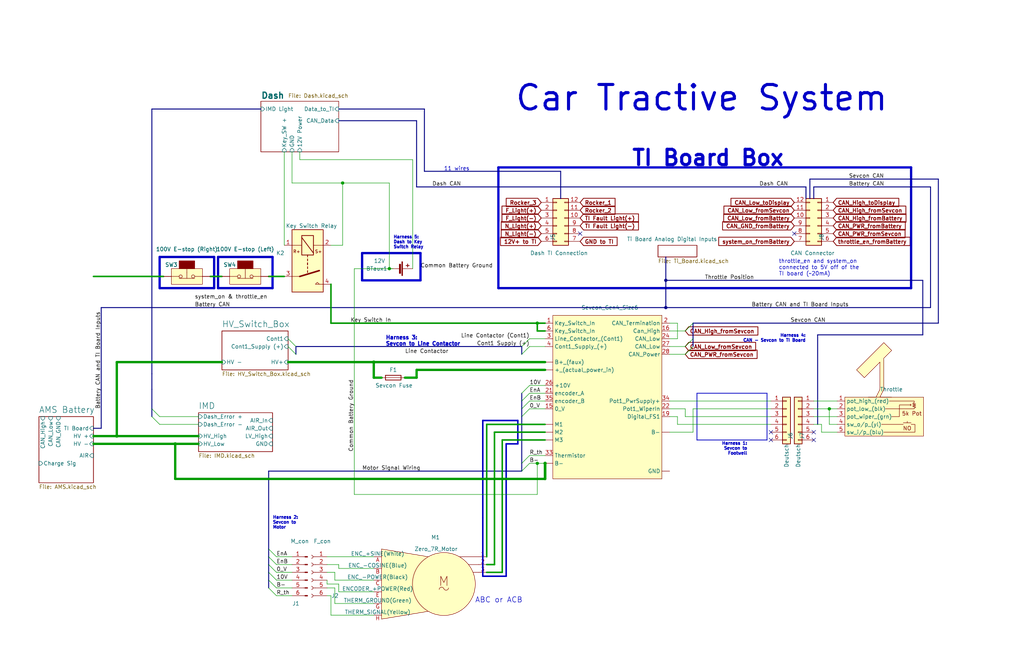
<source format=kicad_sch>
(kicad_sch (version 20230121) (generator eeschema)
  (paper "User" 334.01 216.002)
  (title_block (title "Tractive System") (date "2023-05-03") (rev "Print 1"))
  (lib_symbols
    (symbol "CamachosSymbols:Safety Switch" (pin_numbers hide) (pin_names (offset 1.016) hide)
      (property "Reference" "SW?" (at 0 7.62 0))
      (property "Value" "Safety Switch" (at 0 6.35 0))
      (symbol "Safety Switch_0_1"
        (rectangle (start -5.08 2.54) (end 5.08 -2.54) (fill (type background)))
        (circle (center -2.032 0) (radius 0.508))
        (polyline (pts (xy -5.08 0) (xy -2.54 0)))
        (polyline (pts (xy -2.54 -0.635) (xy 2.54 -0.635)))
        (polyline (pts (xy 0 -0.635) (xy 0 1.27)))
        (polyline (pts (xy 0 1.27) (xy 0 2.54)))
        (polyline (pts (xy 2.54 0) (xy 5.08 0)))
        (polyline (pts (xy -2.54 2.54) (xy -2.54 5.08) (xy 2.54 5.08) (xy 2.54 2.54) (xy -2.54 2.54)) (fill (type outline)))
        (circle (center 2.032 0) (radius 0.508))
        (pin passive line (at -7.62 0 0) (length 2.54) (name "A") (number "1"))
      )
      (symbol "Safety Switch_1_1"
        (pin passive line (at 7.62 0 180) (length 2.54) (name "B") (number "2"))
      )
    )
    (symbol "CamachosSymbols:Sevcon_Gen4_Size6"
      (property "Value" "Sevcon_Gen4_Size6" (at 10.16 17.78 0))
      (symbol "Sevcon_Gen4_Size6_0_1"
        (rectangle (start -17.78 15.24) (end 17.78 -38.1) (fill (type background)))
      )
      (symbol "Sevcon_Gen4_Size6_1_1"
        (pin passive line (at -20.32 -2.54 0) (length 2.54) (name "+_(actual_power_in)") (number ""))
        (pin passive line (at -20.32 0 0) (length 2.54) (name "B+_(faux)") (number ""))
        (pin passive line (at -20.32 -33.02 0) (length 2.54) (name "B-") (number ""))
        (pin passive line (at 20.32 -22.86 180) (length 2.54) (name "B-") (number ""))
        (pin passive line (at 20.32 -35.56 180) (length 2.54) (name "GND") (number ""))
        (pin passive line (at -20.32 -20.32 0) (length 2.54) (name "M1") (number ""))
        (pin passive line (at -20.32 -22.86 0) (length 2.54) (name "M2") (number ""))
        (pin passive line (at -20.32 -25.4 0) (length 2.54) (name "M3") (number ""))
        (pin passive line (at -20.32 12.7 0) (length 2.54) (name "Key_Switch_In") (number "1"))
        (pin passive line (at -20.32 -15.24 0) (length 2.54) (name "0_V") (number "15"))
        (pin passive line (at 20.32 10.16 180) (length 2.54) (name "Can_High") (number "16"))
        (pin passive line (at 20.32 -17.78 180) (length 2.54) (name "Digital_FS1") (number "19"))
        (pin passive line (at 20.32 12.7 180) (length 2.54) (name "CAN_Termination") (number "2"))
        (pin passive line (at -20.32 -10.16 0) (length 2.54) (name "encoder_A") (number "21"))
        (pin passive line (at 20.32 -15.24 180) (length 2.54) (name "Pot1_WiperIn") (number "22"))
        (pin passive line (at 20.32 7.62 180) (length 2.54) (name "CAN_Low") (number "24"))
        (pin passive line (at -20.32 -7.62 0) (length 2.54) (name "+10V") (number "26"))
        (pin passive line (at 20.32 5.08 180) (length 2.54) (name "CAN_Low") (number "27"))
        (pin passive line (at 20.32 2.54 180) (length 2.54) (name "CAN_Power") (number "28"))
        (pin passive line (at -20.32 7.62 0) (length 2.54) (name "Line_Contactor_(Cont1)") (number "3"))
        (pin passive line (at -20.32 -30.48 0) (length 2.54) (name "Thermistor") (number "33"))
        (pin passive line (at 20.32 -12.7 180) (length 2.54) (name "Pot1_PwrSupply+") (number "34"))
        (pin passive line (at -20.32 -12.7 0) (length 2.54) (name "encoder_B") (number "35"))
        (pin passive line (at -20.32 5.08 0) (length 2.54) (name "Cont1_Supply_(+)") (number "4"))
        (pin passive line (at -20.32 10.16 0) (length 2.54) (name "Key_Switch_In") (number "6"))
      )
    )
    (symbol "CamachosSymbols:Throttle"
      (property "Value" "Throttle" (at 12.7 11.43 0))
      (symbol "Throttle_0_0"
        (text "5k Pot" (at 14.224 -2.794 0) (effects (font (size 1.27 1.27))))
        (text "NO" (at 12.7 -7.62 0) (effects (font (size 1.27 1.27))))
      )
      (symbol "Throttle_0_1"
        (rectangle (start -7.62 2.54) (end 18.034 -10.16) (fill (type background)))
        (polyline (pts (xy 4.318 -6.35) (xy 11.43 -6.35)))
        (polyline (pts (xy 5.08 -8.89) (xy 11.43 -8.89)))
        (polyline (pts (xy 11.43 -6.35) (xy 11.43 -6.35)))
        (polyline (pts (xy 11.43 -5.842) (xy 13.97 -5.842)))
        (polyline (pts (xy 12.7 -5.842) (xy 12.7 -5.334)))
        (polyline (pts (xy 13.716 0.254) (xy 13.97 0) (xy 13.716 -0.254)))
        (polyline (pts (xy 7.62 -3.81) (xy 10.16 -3.81) (xy 10.16 0) (xy 13.97 0)))
        (polyline (pts (xy 11.43 -8.89) (xy 15.24 -8.89) (xy 15.24 -6.35) (xy 13.97 -6.35)))
        (polyline (pts (xy 6.858 1.27) (xy 14.986 1.27) (xy 14.986 0.762) (xy 14.478 0.508) (xy 15.494 0.254) (xy 14.478 0) (xy 15.494 -0.254) (xy 14.478 -0.508) (xy 15.494 -0.762) (xy 14.986 -1.016) (xy 14.986 -1.27) (xy 5.588 -1.27)))
        (polyline (pts (xy 0 2.54) (xy 2.54 2.54) (xy 3.81 5.08) (xy 3.81 11.43) (xy 3.81 13.97) (xy -1.27 8.89) (xy -3.81 11.43) (xy 5.08 20.32) (xy 7.62 17.78) (xy 5.08 15.24) (xy 5.08 5.08) (xy 3.81 2.54) (xy 6.35 2.54) (xy 7.62 2.54)) (fill (type background)))
      )
      (symbol "Throttle_1_1"
        (pin passive line (at -10.16 1.27 0) (length 2.54) (name "pot_high_(red)") (number "1"))
        (pin passive line (at -10.16 -1.27 0) (length 2.54) (name "pot_low_(blk)") (number "2"))
        (pin passive line (at -10.16 -3.81 0) (length 2.54) (name "pot_wiper_(grn)") (number "3"))
        (pin passive line (at -10.16 -6.35 0) (length 2.54) (name "sw_o/p_(yl)") (number "4"))
        (pin passive line (at -10.16 -8.89 0) (length 2.54) (name "sw_i/p_(blu)") (number "5"))
      )
    )
    (symbol "CamachosSymbols:Zero_7R_Motor" (pin_names (offset 0))
      (property "Reference" "M?" (at -0.635 16.51 0))
      (property "Value" "Zero_7R_Motor" (at -0.635 13.97 0))
      (symbol "Zero_7R_Motor_0_0"
        (polyline (pts (xy 3.556 -0.508) (xy 3.556 2.54) (xy 2.54 0.508) (xy 1.524 2.54) (xy 1.524 -0.508)))
        (arc (start 2.54 -1.524) (mid 1.6743 -1.0287) (end 1.016 -1.778))
        (arc (start 2.54 -1.524) (mid 3.4022 -1.9982) (end 4.064 -1.27))
      )
      (symbol "Zero_7R_Motor_0_1"
        (polyline (pts (xy 13.97 3.81) (xy 12.065 3.81)))
        (polyline (pts (xy 13.97 8.89) (xy 7.62 8.89)))
        (polyline (pts (xy 13.97 6.35) (xy 10.5664 6.35) (xy 10.6172 6.3246)))
        (polyline (pts (xy -2.54 8.89) (xy -17.78 11.43) (xy -17.78 -11.43) (xy -2.54 -8.89)) (fill (type background)))
        (circle (center 2.54 0) (radius 10.2391) (fill (type background)))
      )
      (symbol "Zero_7R_Motor_1_1"
        (pin passive line (at 16.51 8.89 180) (length 2.54) (name "~") (number "1"))
        (pin passive line (at 16.51 6.35 180) (length 2.54) (name "~") (number "2"))
        (pin passive line (at 16.51 3.81 180) (length 2.54) (name "~") (number "3"))
        (pin passive line (at -20.32 8.89 0) (length 2.54) (name "ENC_+SINE(White)") (number "A"))
        (pin passive line (at -20.32 5.08 0) (length 2.54) (name "ENC_-COSINE(Blue)") (number "B"))
        (pin passive line (at -20.32 1.27 0) (length 2.54) (name "ENC_-POWER(Black)") (number "C"))
        (pin passive line (at -20.32 -2.54 0) (length 2.54) (name "ENCODER_+POWER(Red)") (number "E"))
        (pin passive line (at -20.32 -6.35 0) (length 2.54) (name "THERM_GROUND(Green)") (number "G"))
        (pin passive line (at -20.32 -10.16 0) (length 2.54) (name "THERM_SIGNAL(Yellow)") (number "H"))
      )
    )
    (symbol "Connector:Conn_01x06_Female" (pin_names (offset 1.016) hide)
      (property "Reference" "J" (at 0 7.62 0))
      (property "Value" "Conn_01x06_Female" (at 0 -10.16 0))
      (symbol "Conn_01x06_Female_1_1"
        (arc (start 0 -7.112) (mid -0.5058 -7.62) (end 0 -8.128) (stroke (width 0.1524)))
        (arc (start 0 -4.572) (mid -0.5058 -5.08) (end 0 -5.588) (stroke (width 0.1524)))
        (arc (start 0 -2.032) (mid -0.5058 -2.54) (end 0 -3.048) (stroke (width 0.1524)))
        (polyline (pts (xy -1.27 -7.62) (xy -0.508 -7.62)) (stroke (width 0.1524)))
        (polyline (pts (xy -1.27 -5.08) (xy -0.508 -5.08)) (stroke (width 0.1524)))
        (polyline (pts (xy -1.27 -2.54) (xy -0.508 -2.54)) (stroke (width 0.1524)))
        (polyline (pts (xy -1.27 0) (xy -0.508 0)) (stroke (width 0.1524)))
        (polyline (pts (xy -1.27 2.54) (xy -0.508 2.54)) (stroke (width 0.1524)))
        (polyline (pts (xy -1.27 5.08) (xy -0.508 5.08)) (stroke (width 0.1524)))
        (arc (start 0 0.508) (mid -0.5058 0) (end 0 -0.508) (stroke (width 0.1524)))
        (arc (start 0 3.048) (mid -0.5058 2.54) (end 0 2.032) (stroke (width 0.1524)))
        (arc (start 0 5.588) (mid -0.5058 5.08) (end 0 4.572) (stroke (width 0.1524)))
        (pin passive line (at -5.08 5.08 0) (length 3.81) (name "Pin_1") (number "1"))
        (pin passive line (at -5.08 2.54 0) (length 3.81) (name "Pin_2") (number "2"))
        (pin passive line (at -5.08 0 0) (length 3.81) (name "Pin_3") (number "3"))
        (pin passive line (at -5.08 -2.54 0) (length 3.81) (name "Pin_4") (number "4"))
        (pin passive line (at -5.08 -5.08 0) (length 3.81) (name "Pin_5") (number "5"))
        (pin passive line (at -5.08 -7.62 0) (length 3.81) (name "Pin_6") (number "6"))
      )
    )
    (symbol "Connector:Conn_01x06_Male" (pin_names (offset 1.016) hide)
      (property "Reference" "J" (at 0 7.62 0))
      (property "Value" "Conn_01x06_Male" (at 0 -10.16 0))
      (symbol "Conn_01x06_Male_1_1"
        (polyline (pts (xy 1.27 -7.62) (xy 0.8636 -7.62)) (stroke (width 0.1524)))
        (polyline (pts (xy 1.27 -5.08) (xy 0.8636 -5.08)) (stroke (width 0.1524)))
        (polyline (pts (xy 1.27 -2.54) (xy 0.8636 -2.54)) (stroke (width 0.1524)))
        (polyline (pts (xy 1.27 0) (xy 0.8636 0)) (stroke (width 0.1524)))
        (polyline (pts (xy 1.27 2.54) (xy 0.8636 2.54)) (stroke (width 0.1524)))
        (polyline (pts (xy 1.27 5.08) (xy 0.8636 5.08)) (stroke (width 0.1524)))
        (rectangle (start 0.8636 -7.493) (end 0 -7.747) (stroke (width 0.1524)) (fill (type outline)))
        (rectangle (start 0.8636 -4.953) (end 0 -5.207) (stroke (width 0.1524)) (fill (type outline)))
        (rectangle (start 0.8636 -2.413) (end 0 -2.667) (stroke (width 0.1524)) (fill (type outline)))
        (rectangle (start 0.8636 0.127) (end 0 -0.127) (stroke (width 0.1524)) (fill (type outline)))
        (rectangle (start 0.8636 2.667) (end 0 2.413) (stroke (width 0.1524)) (fill (type outline)))
        (rectangle (start 0.8636 5.207) (end 0 4.953) (stroke (width 0.1524)) (fill (type outline)))
        (pin passive line (at 5.08 5.08 180) (length 3.81) (name "Pin_1") (number "1"))
        (pin passive line (at 5.08 2.54 180) (length 3.81) (name "Pin_2") (number "2"))
        (pin passive line (at 5.08 0 180) (length 3.81) (name "Pin_3") (number "3"))
        (pin passive line (at 5.08 -2.54 180) (length 3.81) (name "Pin_4") (number "4"))
        (pin passive line (at 5.08 -5.08 180) (length 3.81) (name "Pin_5") (number "5"))
        (pin passive line (at 5.08 -7.62 180) (length 3.81) (name "Pin_6") (number "6"))
      )
    )
    (symbol "Connector_Generic:Conn_01x06" (pin_names (offset 1.016) hide)
      (property "Reference" "J" (at 0 7.62 0))
      (property "Value" "Conn_01x06" (at 0 -10.16 0))
      (symbol "Conn_01x06_1_1"
        (rectangle (start -1.27 -7.493) (end 0 -7.747) (stroke (width 0.1524)))
        (rectangle (start -1.27 -4.953) (end 0 -5.207) (stroke (width 0.1524)))
        (rectangle (start -1.27 -2.413) (end 0 -2.667) (stroke (width 0.1524)))
        (rectangle (start -1.27 0.127) (end 0 -0.127) (stroke (width 0.1524)))
        (rectangle (start -1.27 2.667) (end 0 2.413) (stroke (width 0.1524)))
        (rectangle (start -1.27 5.207) (end 0 4.953) (stroke (width 0.1524)))
        (rectangle (start -1.27 6.35) (end 1.27 -8.89) (stroke (width 0.254)) (fill (type background)))
        (pin passive line (at -5.08 5.08 0) (length 3.81) (name "Pin_1") (number "1"))
        (pin passive line (at -5.08 2.54 0) (length 3.81) (name "Pin_2") (number "2"))
        (pin passive line (at -5.08 0 0) (length 3.81) (name "Pin_3") (number "3"))
        (pin passive line (at -5.08 -2.54 0) (length 3.81) (name "Pin_4") (number "4"))
        (pin passive line (at -5.08 -5.08 0) (length 3.81) (name "Pin_5") (number "5"))
        (pin passive line (at -5.08 -7.62 0) (length 3.81) (name "Pin_6") (number "6"))
      )
    )
    (symbol "Connector_Generic:Conn_02x06_Counter_Clockwise" (pin_names (offset 1.016) hide)
      (property "Reference" "J" (at 1.27 7.62 0))
      (property "Value" "Conn_02x06_Counter_Clockwise" (at 1.27 -10.16 0))
      (symbol "Conn_02x06_Counter_Clockwise_1_1"
        (rectangle (start -1.27 -7.493) (end 0 -7.747) (stroke (width 0.1524)))
        (rectangle (start -1.27 -4.953) (end 0 -5.207) (stroke (width 0.1524)))
        (rectangle (start -1.27 -2.413) (end 0 -2.667) (stroke (width 0.1524)))
        (rectangle (start -1.27 0.127) (end 0 -0.127) (stroke (width 0.1524)))
        (rectangle (start -1.27 2.667) (end 0 2.413) (stroke (width 0.1524)))
        (rectangle (start -1.27 5.207) (end 0 4.953) (stroke (width 0.1524)))
        (rectangle (start -1.27 6.35) (end 3.81 -8.89) (stroke (width 0.254)) (fill (type background)))
        (rectangle (start 3.81 -7.493) (end 2.54 -7.747) (stroke (width 0.1524)))
        (rectangle (start 3.81 -4.953) (end 2.54 -5.207) (stroke (width 0.1524)))
        (rectangle (start 3.81 -2.413) (end 2.54 -2.667) (stroke (width 0.1524)))
        (rectangle (start 3.81 0.127) (end 2.54 -0.127) (stroke (width 0.1524)))
        (rectangle (start 3.81 2.667) (end 2.54 2.413) (stroke (width 0.1524)))
        (rectangle (start 3.81 5.207) (end 2.54 4.953) (stroke (width 0.1524)))
        (pin passive line (at -5.08 5.08 0) (length 3.81) (name "Pin_1") (number "1"))
        (pin passive line (at 7.62 0 180) (length 3.81) (name "Pin_10") (number "10"))
        (pin passive line (at 7.62 2.54 180) (length 3.81) (name "Pin_11") (number "11"))
        (pin passive line (at 7.62 5.08 180) (length 3.81) (name "Pin_12") (number "12"))
        (pin passive line (at -5.08 2.54 0) (length 3.81) (name "Pin_2") (number "2"))
        (pin passive line (at -5.08 0 0) (length 3.81) (name "Pin_3") (number "3"))
        (pin passive line (at -5.08 -2.54 0) (length 3.81) (name "Pin_4") (number "4"))
        (pin passive line (at -5.08 -5.08 0) (length 3.81) (name "Pin_5") (number "5"))
        (pin passive line (at -5.08 -7.62 0) (length 3.81) (name "Pin_6") (number "6"))
        (pin passive line (at 7.62 -7.62 180) (length 3.81) (name "Pin_7") (number "7"))
        (pin passive line (at 7.62 -5.08 180) (length 3.81) (name "Pin_8") (number "8"))
        (pin passive line (at 7.62 -2.54 180) (length 3.81) (name "Pin_9") (number "9"))
      )
    )
    (symbol "Device:Battery_Cell" (pin_numbers hide) (pin_names (offset 0) hide)
      (property "Reference" "BT" (at 2.54 2.54 0))
      (property "Value" "Battery_Cell" (at 2.54 0 0))
      (symbol "Battery_Cell_0_1"
        (rectangle (start -2.286 1.778) (end 2.286 1.524) (fill (type outline)))
        (rectangle (start -1.5748 1.1938) (end 1.4732 0.6858) (fill (type outline)))
        (polyline (pts (xy 0 0.762) (xy 0 0)))
        (polyline (pts (xy 0 1.778) (xy 0 2.54)))
        (polyline (pts (xy 0.508 3.429) (xy 1.524 3.429)) (stroke (width 0.254)))
        (polyline (pts (xy 1.016 3.937) (xy 1.016 2.921)) (stroke (width 0.254)))
      )
      (symbol "Battery_Cell_1_1"
        (pin passive line (at 0 5.08 270) (length 2.54) (name "+") (number "1"))
        (pin passive line (at 0 -2.54 90) (length 2.54) (name "-") (number "2"))
      )
    )
    (symbol "Device:Fuse" (pin_numbers hide) (pin_names (offset 0))
      (property "Reference" "F" (at 2.032 0 90))
      (property "Value" "Fuse" (at -1.905 0 90))
      (symbol "Fuse_0_1"
        (rectangle (start -0.762 -2.54) (end 0.762 2.54) (stroke (width 0.254)))
        (polyline (pts (xy 0 2.54) (xy 0 -2.54)))
      )
      (symbol "Fuse_1_1"
        (pin passive line (at 0 3.81 270) (length 1.27) (name "~") (number "1"))
        (pin passive line (at 0 -3.81 90) (length 1.27) (name "~") (number "2"))
      )
    )
    (symbol "Relay:ADW11"
      (property "Reference" "K?" (at -2.54 15.24 0))
      (property "Value" "Line Contactor" (at 1.27 12.7 0))
      (symbol "ADW11_1_1"
        (polyline (pts (xy -3.81 6.35) (xy -0.635 6.35)))
        (polyline (pts (xy -1.27 -3.81) (xy -3.81 -3.81)))
        (polyline (pts (xy -1.27 -3.81) (xy 5.08 -1.905)) (stroke (width 0.508)))
        (polyline (pts (xy -0.635 8.89) (xy 3.175 3.81)) (stroke (width 0.254)))
        (polyline (pts (xy 1.27 -1.905) (xy 1.27 -2.54)) (stroke (width 0.254)))
        (polyline (pts (xy 1.27 -0.635) (xy 1.27 -1.27)) (stroke (width 0.254)))
        (polyline (pts (xy 1.27 0.635) (xy 1.27 0)) (stroke (width 0.254)))
        (polyline (pts (xy 1.27 0.635) (xy 1.27 0)) (stroke (width 0.254)))
        (polyline (pts (xy 1.27 1.905) (xy 1.27 1.27)) (stroke (width 0.254)))
        (polyline (pts (xy 1.27 3.175) (xy 1.27 2.54)) (stroke (width 0.254)))
        (polyline (pts (xy 5.08 -6.35) (xy 6.35 -6.35)))
        (polyline (pts (xy 6.35 6.35) (xy 3.175 6.35)))
        (polyline (pts (xy 5.08 -6.35) (xy 3.81 -6.35) (xy 4.445 -5.715) (xy 5.08 -6.35)))
        (rectangle (start 3.175 9.525) (end -0.635 3.175) (stroke (width 0.254)))
        (rectangle (start 6.35 11.43) (end -3.81 -8.89) (stroke (width 0.254)) (fill (type background)))
        (text "R+" (at -2.286 4.318 0) (effects (font (size 1.016 1.016))))
        (text "S+" (at 4.826 4.318 0) (effects (font (size 1.016 1.016))))
        (pin passive line (at -6.35 6.35 0) (length 2.54) (name "~") (number "1"))
        (pin passive line (at 8.89 6.35 180) (length 2.54) (name "~") (number "2"))
        (pin passive line (at -6.35 -3.81 0) (length 2.54) (name "~") (number "3"))
        (pin passive line (at 8.89 -6.35 180) (length 2.54) (name "~") (number "4"))
      )
    )
  )
  (junction (at 57.15 144.78))
  (junction (at 175.26 151.13))
  (junction (at 127 87.63))
  (junction (at 270.51 133.35))
  (junction (at 111.76 59.69))
  (junction (at 177.8 151.13))
  (junction (at 121.92 118.11))
  (junction (at 217.17 100.33))
  (junction (at 38.1 142.24))
  (junction (at 217.17 91.44))
  (junction (at 175.26 105.41))
  (no_connect (at 251.46 140.97))
  (no_connect (at 251.46 143.51))
  (no_connect (at 265.43 143.51))
  (no_connect (at 265.43 140.97))
  (no_connect (at 189.23 76.2))
  (no_connect (at 259.08 76.2))
  (bus_entry (at 49.53 135.89) (size 2.54 2.54))
  (bus_entry (at 49.53 133.35) (size 2.54 2.54))
  (bus_entry (at 170.18 133.35) (size 2.54 -2.54))
  (bus_entry (at 223.52 113.03) (size 2.54 -2.54))
  (bus_entry (at 96.52 115.57) (size -2.54 -2.54))
  (bus_entry (at 223.52 115.57) (size 2.54 -2.54))
  (bus_entry (at 87.63 191.77) (size 2.54 2.54))
  (bus_entry (at 170.18 135.89) (size 2.54 -2.54))
  (bus_entry (at 87.63 181.61) (size 2.54 2.54))
  (bus_entry (at 96.52 113.03) (size -2.54 -2.54))
  (bus_entry (at 172.72 151.13) (size -2.54 2.54))
  (bus_entry (at 87.63 189.23) (size 2.54 2.54))
  (bus_entry (at 87.63 184.15) (size 2.54 2.54))
  (bus_entry (at 170.18 128.27) (size 2.54 -2.54))
  (bus_entry (at 172.72 110.49) (size -2.54 2.54))
  (bus_entry (at 172.72 148.59) (size -2.54 2.54))
  (bus_entry (at 170.18 130.81) (size 2.54 -2.54))
  (bus_entry (at 87.63 179.07) (size 2.54 2.54))
  (bus_entry (at 87.63 186.69) (size 2.54 2.54))
  (bus_entry (at 172.72 113.03) (size -2.54 2.54))
  (bus_entry (at 223.52 107.95) (size 2.54 -2.54))
  (wire (pts (xy 115.57 87.63) (xy 115.57 161.29)))
  (bus (pts (xy 87.63 189.23) (xy 87.63 191.77)))
  (polyline (pts (xy 71.12 83.82) (xy 71.12 93.98)) (stroke (width 0.75) (type solid)))
  (wire (pts (xy 107.95 194.31) (xy 107.95 200.66)))
  (wire (pts (xy 273.05 140.97) (xy 267.97 140.97)))
  (wire (pts (xy 87.63 90.17) (xy 92.71 90.17)) (stroke (width 0.5)))
  (bus (pts (xy 87.63 153.67) (xy 170.18 153.67)))
  (wire (pts (xy 121.92 118.11) (xy 177.8 118.11)) (stroke (width 0.75)))
  (wire (pts (xy 177.8 140.97) (xy 161.29 140.97)) (stroke (width 0.5)))
  (bus (pts (xy 33.02 100.33) (xy 33.02 139.7)))
  (wire (pts (xy 109.22 186.69) (xy 106.68 186.69)))
  (wire (pts (xy 161.29 140.97) (xy 161.29 184.15)) (stroke (width 0.5)))
  (wire (pts (xy 226.06 133.35) (xy 226.06 140.97)))
  (wire (pts (xy 175.26 105.41) (xy 177.8 105.41)) (stroke (width 0.5)))
  (bus (pts (xy 226.06 105.41) (xy 226.06 110.49)))
  (wire (pts (xy 90.17 189.23) (xy 95.25 189.23)))
  (wire (pts (xy 57.15 156.21) (xy 57.15 144.78)) (stroke (width 0.75)))
  (wire (pts (xy 218.44 107.95) (xy 223.52 107.95)))
  (polyline (pts (xy 52.07 83.82) (xy 52.07 93.98)) (stroke (width 0.75) (type solid)))
  (wire (pts (xy 106.68 194.31) (xy 107.95 194.31)))
  (wire (pts (xy 172.72 125.73) (xy 177.8 125.73)))
  (polyline (pts (xy 157.48 137.16) (xy 168.91 137.16)) (stroke (width 0.5)))
  (wire (pts (xy 158.75 138.43) (xy 158.75 181.61)) (stroke (width 0.5)))
  (wire (pts (xy 177.8 148.59) (xy 172.72 148.59)))
  (wire (pts (xy 106.68 181.61) (xy 121.92 181.61)))
  (polyline (pts (xy 165.1 144.78) (xy 168.91 144.78)) (stroke (width 0.5)))
  (polyline (pts (xy 118.11 91.44) (xy 137.16 91.44)) (stroke (width 0.75) (type solid)))
  (wire (pts (xy 158.75 186.69) (xy 163.83 186.69)) (stroke (width 0.5)))
  (bus (pts (xy 182.88 55.88) (xy 182.88 64.77)))
  (wire (pts (xy 93.98 118.11) (xy 121.92 118.11)) (stroke (width 0.75)))
  (polyline (pts (xy 165.1 144.78) (xy 165.1 187.96)) (stroke (width 0.5)))
  (wire (pts (xy 110.49 185.42) (xy 110.49 184.15)))
  (polyline (pts (xy 227.33 128.27) (xy 250.19 128.27)) (stroke (width 0.25)))
  (bus (pts (xy 49.53 127) (xy 49.53 121.92)))
  (wire (pts (xy 92.71 49.53) (xy 92.71 80.01)))
  (wire (pts (xy 57.15 156.21) (xy 177.8 156.21)) (stroke (width 0.75)))
  (wire (pts (xy 110.49 190.5) (xy 110.49 193.04)))
  (wire (pts (xy 172.72 151.13) (xy 175.26 151.13)))
  (wire (pts (xy 121.92 118.11) (xy 121.92 123.19)) (stroke (width 0.75)))
  (wire (pts (xy 109.22 189.23) (xy 121.92 189.23)))
  (polyline (pts (xy 227.33 143.51) (xy 227.33 128.27)) (stroke (width 0.25)))
  (bus (pts (xy 265.43 60.96) (xy 265.43 64.77)))
  (polyline (pts (xy 69.85 83.82) (xy 69.85 93.98)) (stroke (width 0.75) (type solid)))
  (wire (pts (xy 265.43 135.89) (xy 273.05 135.89)))
  (wire (pts (xy 218.44 115.57) (xy 223.52 115.57)))
  (wire (pts (xy 177.8 120.65) (xy 135.89 120.65)) (stroke (width 0.75)))
  (wire (pts (xy 135.89 120.65) (xy 135.89 123.19)) (stroke (width 0.75)))
  (wire (pts (xy 265.43 130.81) (xy 273.05 130.81)))
  (bus (pts (xy 138.43 55.88) (xy 182.88 55.88)))
  (wire (pts (xy 218.44 110.49) (xy 220.98 110.49)))
  (wire (pts (xy 158.75 138.43) (xy 177.8 138.43)) (stroke (width 0.5)))
  (bus (pts (xy 87.63 181.61) (xy 87.63 184.15)))
  (bus (pts (xy 265.43 60.96) (xy 303.53 60.96)))
  (wire (pts (xy 218.44 135.89) (xy 220.98 135.89)))
  (wire (pts (xy 163.83 143.51) (xy 163.83 186.69)) (stroke (width 0.5)))
  (wire (pts (xy 30.48 142.24) (xy 38.1 142.24)) (stroke (width 0.75)))
  (wire (pts (xy 158.75 184.15) (xy 161.29 184.15)) (stroke (width 0.5)))
  (wire (pts (xy 124.46 123.19) (xy 121.92 123.19)) (stroke (width 0.75)))
  (wire (pts (xy 38.1 142.24) (xy 64.77 142.24)) (stroke (width 0.75)))
  (polyline (pts (xy 168.91 137.16) (xy 168.91 144.78)) (stroke (width 0.5)))
  (bus (pts (xy 110.49 35.56) (xy 138.43 35.56)))
  (wire (pts (xy 109.22 191.77) (xy 109.22 196.85)))
  (bus (pts (xy 264.16 58.42) (xy 264.16 64.77)))
  (bus (pts (xy 135.89 60.96) (xy 262.89 60.96)))
  (wire (pts (xy 95.25 49.53) (xy 95.25 59.69)))
  (wire (pts (xy 175.26 105.41) (xy 175.26 107.95)) (stroke (width 0.5)))
  (wire (pts (xy 110.49 185.42) (xy 121.92 185.42)))
  (wire (pts (xy 220.98 138.43) (xy 251.46 138.43)))
  (wire (pts (xy 30.48 90.17) (xy 53.34 90.17)) (stroke (width 0.5)))
  (wire (pts (xy 115.57 87.63) (xy 127 87.63)))
  (bus (pts (xy 87.63 179.07) (xy 87.63 181.61)))
  (polyline (pts (xy 297.18 93.98) (xy 162.56 93.98)) (stroke (width 0.75) (type solid)))
  (bus (pts (xy 33.02 100.33) (xy 217.17 100.33)))
  (polyline (pts (xy 250.19 128.27) (xy 250.19 143.51)) (stroke (width 0.25)))
  (polyline (pts (xy 69.85 93.98) (xy 52.07 93.98)) (stroke (width 0.75) (type solid)))
  (wire (pts (xy 106.68 190.5) (xy 110.49 190.5)))
  (wire (pts (xy 52.07 138.43) (xy 64.77 138.43)))
  (bus (pts (xy 226.06 110.49) (xy 226.06 113.03)))
  (wire (pts (xy 38.1 118.11) (xy 38.1 142.24)) (stroke (width 0.75)))
  (wire (pts (xy 134.62 52.07) (xy 134.62 87.63)))
  (wire (pts (xy 90.17 191.77) (xy 95.25 191.77)))
  (wire (pts (xy 267.97 140.97) (xy 267.97 138.43)))
  (wire (pts (xy 95.25 194.31) (xy 90.17 194.31)))
  (polyline (pts (xy 137.16 82.55) (xy 118.11 82.55)) (stroke (width 0.75) (type solid)))
  (polyline (pts (xy 157.48 187.96) (xy 157.48 168.91)) (stroke (width 0.5)))
  (bus (pts (xy 170.18 128.27) (xy 170.18 130.81)))
  (wire (pts (xy 90.17 186.69) (xy 95.25 186.69)))
  (bus (pts (xy 87.63 184.15) (xy 87.63 186.69)))
  (wire (pts (xy 270.51 138.43) (xy 270.51 133.35)))
  (bus (pts (xy 110.49 39.37) (xy 135.89 39.37)))
  (wire (pts (xy 172.72 133.35) (xy 177.8 133.35)))
  (bus (pts (xy 266.7 109.22) (xy 266.7 138.43)))
  (wire (pts (xy 109.22 189.23) (xy 109.22 186.69)))
  (wire (pts (xy 95.25 59.69) (xy 111.76 59.69)))
  (bus (pts (xy 217.17 91.44) (xy 217.17 100.33)))
  (bus (pts (xy 300.99 109.22) (xy 300.99 91.44)))
  (bus (pts (xy 170.18 151.13) (xy 170.18 153.67)))
  (bus (pts (xy 170.18 130.81) (xy 170.18 133.35)))
  (wire (pts (xy 132.08 123.19) (xy 135.89 123.19)) (stroke (width 0.75)))
  (bus (pts (xy 170.18 133.35) (xy 170.18 135.89)))
  (polyline (pts (xy 250.19 143.51) (xy 227.33 143.51)) (stroke (width 0.25)))
  (bus (pts (xy 300.99 109.22) (xy 266.7 109.22)))
  (bus (pts (xy 217.17 83.82) (xy 217.17 91.44)))
  (wire (pts (xy 172.72 128.27) (xy 177.8 128.27)))
  (wire (pts (xy 97.79 52.07) (xy 134.62 52.07)))
  (wire (pts (xy 172.72 113.03) (xy 177.8 113.03)))
  (wire (pts (xy 52.07 135.89) (xy 64.77 135.89)))
  (wire (pts (xy 220.98 105.41) (xy 220.98 110.49)))
  (wire (pts (xy 218.44 130.81) (xy 251.46 130.81)))
  (bus (pts (xy 262.89 60.96) (xy 262.89 64.77)))
  (wire (pts (xy 109.22 196.85) (xy 121.92 196.85)))
  (bus (pts (xy 300.99 91.44) (xy 217.17 91.44)))
  (bus (pts (xy 49.53 35.56) (xy 85.09 35.56)))
  (wire (pts (xy 226.06 140.97) (xy 218.44 140.97)))
  (polyline (pts (xy 88.9 83.82) (xy 88.9 93.98)) (stroke (width 0.75) (type solid)))
  (polyline (pts (xy 52.07 83.82) (xy 69.85 83.82)) (stroke (width 0.75) (type solid)))
  (wire (pts (xy 273.05 138.43) (xy 270.51 138.43)))
  (wire (pts (xy 107.95 200.66) (xy 121.92 200.66)))
  (wire (pts (xy 218.44 113.03) (xy 223.52 113.03)))
  (wire (pts (xy 97.79 49.53) (xy 97.79 52.07)))
  (wire (pts (xy 110.49 184.15) (xy 106.68 184.15)))
  (wire (pts (xy 68.58 90.17) (xy 72.39 90.17)) (stroke (width 0.5)))
  (wire (pts (xy 90.17 184.15) (xy 95.25 184.15)))
  (wire (pts (xy 163.83 143.51) (xy 177.8 143.51)) (stroke (width 0.5)))
  (wire (pts (xy 172.72 130.81) (xy 177.8 130.81)))
  (polyline (pts (xy 162.56 54.61) (xy 162.56 93.98)) (stroke (width 0.75) (type solid)))
  (bus (pts (xy 96.52 113.03) (xy 96.52 115.57)))
  (wire (pts (xy 226.06 133.35) (xy 251.46 133.35)))
  (bus (pts (xy 49.53 121.92) (xy 49.53 35.56)))
  (bus (pts (xy 49.53 133.35) (xy 49.53 127)))
  (wire (pts (xy 223.52 133.35) (xy 223.52 135.89)))
  (polyline (pts (xy 165.1 187.96) (xy 157.48 187.96)) (stroke (width 0.5)))
  (wire (pts (xy 38.1 118.11) (xy 72.39 118.11)) (stroke (width 0.75)))
  (wire (pts (xy 107.95 105.41) (xy 107.95 92.71)) (stroke (width 0.5)))
  (polyline (pts (xy 137.16 82.55) (xy 137.16 91.44)) (stroke (width 0.75) (type solid)))
  (wire (pts (xy 218.44 133.35) (xy 223.52 133.35)))
  (bus (pts (xy 303.53 100.33) (xy 303.53 60.96)))
  (bus (pts (xy 30.48 139.7) (xy 33.02 139.7)))
  (polyline (pts (xy 88.9 93.98) (xy 71.12 93.98)) (stroke (width 0.75) (type solid)))
  (wire (pts (xy 177.8 151.13) (xy 177.8 156.21)) (stroke (width 0.85)))
  (bus (pts (xy 87.63 186.69) (xy 87.63 189.23)))
  (wire (pts (xy 218.44 105.41) (xy 220.98 105.41)))
  (wire (pts (xy 127 59.69) (xy 127 87.63)))
  (wire (pts (xy 30.48 144.78) (xy 57.15 144.78)) (stroke (width 0.75)))
  (wire (pts (xy 175.26 151.13) (xy 177.8 151.13)))
  (polyline (pts (xy 157.48 168.91) (xy 157.48 168.91)) (stroke (width 0.5)))
  (wire (pts (xy 223.52 135.89) (xy 251.46 135.89)))
  (bus (pts (xy 217.17 100.33) (xy 303.53 100.33)))
  (wire (pts (xy 265.43 138.43) (xy 267.97 138.43)))
  (wire (pts (xy 270.51 133.35) (xy 273.05 133.35)))
  (wire (pts (xy 110.49 193.04) (xy 121.92 193.04)))
  (polyline (pts (xy 157.48 168.91) (xy 157.48 137.16)) (stroke (width 0.5)))
  (polyline (pts (xy 297.18 93.98) (xy 297.18 54.61)) (stroke (width 0.75) (type solid)))
  (wire (pts (xy 90.17 181.61) (xy 95.25 181.61)))
  (wire (pts (xy 106.68 189.23) (xy 106.68 190.5)))
  (wire (pts (xy 177.8 107.95) (xy 175.26 107.95)) (stroke (width 0.5)))
  (bus (pts (xy 170.18 151.13) (xy 170.18 135.89)))
  (bus (pts (xy 264.16 58.42) (xy 306.07 58.42)))
  (polyline (pts (xy 118.11 82.55) (xy 118.11 91.44)) (stroke (width 0.75) (type solid)))
  (bus (pts (xy 226.06 105.41) (xy 306.07 105.41)))
  (bus (pts (xy 96.52 113.03) (xy 170.18 113.03)))
  (wire (pts (xy 115.57 161.29) (xy 175.26 161.29)))
  (polyline (pts (xy 297.18 54.61) (xy 162.56 54.61)) (stroke (width 0.75) (type solid)))
  (wire (pts (xy 172.72 110.49) (xy 177.8 110.49)))
  (bus (pts (xy 135.89 39.37) (xy 135.89 60.96)))
  (bus (pts (xy 306.07 105.41) (xy 306.07 58.42)))
  (wire (pts (xy 265.43 133.35) (xy 270.51 133.35)))
  (bus (pts (xy 87.63 153.67) (xy 87.63 179.07)))
  (wire (pts (xy 111.76 59.69) (xy 111.76 80.01)))
  (bus (pts (xy 138.43 35.56) (xy 138.43 55.88)))
  (wire (pts (xy 111.76 80.01) (xy 107.95 80.01)))
  (bus (pts (xy 49.53 135.89) (xy 49.53 133.35)))
  (bus (pts (xy 170.18 115.57) (xy 170.18 113.03)))
  (wire (pts (xy 127 87.63) (xy 128.27 87.63)))
  (wire (pts (xy 106.68 191.77) (xy 109.22 191.77)))
  (wire (pts (xy 57.15 144.78) (xy 64.77 144.78)) (stroke (width 0.75)))
  (wire (pts (xy 111.76 59.69) (xy 127 59.69)))
  (wire (pts (xy 220.98 135.89) (xy 220.98 138.43)))
  (polyline (pts (xy 71.12 83.82) (xy 88.9 83.82)) (stroke (width 0.75) (type solid)))
  (wire (pts (xy 107.95 105.41) (xy 175.26 105.41)) (stroke (width 0.5)))
  (wire (pts (xy 175.26 161.29) (xy 175.26 151.13)))
  (text "Harness 5:\nDash to Key\nSwitch Relay" (at 128.27 81.28 0) (effects (font (size 1 1) (thickness 0.35) bold) (justify left bottom)))
  (text "Harness 4:\nCAN - Sevcon to TI Board" (at 262.89 111.76 0) (effects (font (size 1 1) (thickness 0.35) bold) (justify right bottom)))
  (text "Harness 3:\nSevcon to Line Contactor" (at 125.73 113.03 0) (effects (font (size 1.25 1.25) (thickness 0.35) bold) (justify left bottom)))
  (text "TI Board Box" (at 205.74 54.61 0) (effects (font (size 5 5) (thickness 1) bold) (justify left bottom)))
  (text "Car Tractive System" (at 167.64 36.83 0) (effects (font (size 8 8) (thickness 1) bold) (justify left bottom)))
  (text "throttle_en and system_on\nconnected to 5V off of the\nTI board (~20mA)" (at 254 90.17 0) (effects (font (size 1.27 1.27)) (justify left bottom)))
  (text "Harness 1:\nSevcon to\nFootwell" (at 243.84 148.59 0) (effects (font (size 1 1) (thickness 0.35) bold) (justify right bottom)))
  (text "11 wires" (at 144.78 55.88 0) (effects (font (size 1.27 1.27)) (justify left bottom)))
  (text "Harness 2:\nSevcon to\nMotor" (at 88.9 172.72 0) (effects (font (size 1 1) (thickness 0.35) bold) (justify left bottom)))
  (text "ABC or ACB" (at 154.94 196.85 0) (effects (font (size 1.75 1.75)) (justify left bottom)))
  (label "EnA" (at 172.72 128.27 0))
  (label "EnB" (at 172.72 130.81 0))
  (label "Sevcon CAN" (at 257.81 105.41 0))
  (label "Dash CAN" (at 140.97 60.96 0))
  (label "system_on & throttle_en" (at 63.5 97.79 0))
  (label "R_th" (at 90.17 194.31 0))
  (label "10V" (at 172.72 125.73 0))
  (label "Motor Signal Wiring" (at 118.11 153.67 0))
  (label "Battery CAN" (at 63.5 100.33 0))
  (label "Key Switch In" (at 114.3 105.41 0))
  (label "Common Battery Ground" (at 137.16 87.63 0))
  (label "0_V" (at 90.17 186.69 0))
  (label "B-" (at 90.17 191.77 0))
  (label "B-" (at 172.72 151.13 0))
  (label "Dash CAN" (at 247.65 60.96 0))
  (label "Throttle Position" (at 229.87 91.44 0))
  (label "Sevcon CAN" (at 276.86 58.42 0))
  (label "EnB" (at 90.17 184.15 0))
  (label "R_th" (at 172.72 148.59 0))
  (label "10V" (at 90.17 189.23 0))
  (label "Cont1 Supply (+)" (at 172.72 113.03 180))
  (label "Battery CAN and TI Board Inputs" (at 33.02 133.35 90))
  (label "Line Contactor" (at 132.08 115.57 0))
  (label "Line Contactor (Cont1)" (at 172.72 110.49 180))
  (label "Battery CAN" (at 276.86 60.96 0))
  (label "Common Battery Ground" (at 115.57 147.32 90))
  (label "0_V" (at 172.72 133.35 0))
  (label "EnA" (at 90.17 181.61 0))
  (label "Battery CAN and TI Board Inputs" (at 245.11 100.33 0))
  (global_label "CAN_High_fromSevcon" (shape input) (at 223.52 107.95 0) (effects (font (thickness 0.254) bold)) (property "Intersheetrefs" "${INTERSHEET_REFS}" (effects hide)))
  (global_label "Rocker_1" (shape input) (at 189.23 66.04 0) (effects (font (thickness 0.254) bold)) (property "Intersheetrefs" "${INTERSHEET_REFS}" (effects hide)))
  (global_label "CAN_Low_fromSevcon" (shape input) (at 259.08 68.58 180) (effects (font (thickness 0.254) bold)) (property "Intersheetrefs" "${INTERSHEET_REFS}" (effects hide)))
  (global_label "TI Fault Light(+)" (shape input) (at 189.23 71.12 0) (effects (font (thickness 0.254) bold)) (property "Intersheetrefs" "${INTERSHEET_REFS}" (effects hide)))
  (global_label "CAN_PWR_fromSevcon" (shape input) (at 271.78 76.2 0) (effects (font (thickness 0.254) bold)) (property "Intersheetrefs" "${INTERSHEET_REFS}" (effects hide)))
  (global_label "N_Light(+)" (shape input) (at 176.53 73.66 180) (effects (font (thickness 0.254) bold)) (property "Intersheetrefs" "${INTERSHEET_REFS}" (effects hide)))
  (global_label "system_on_fromBattery" (shape input) (at 259.08 78.74 180) (effects (font (thickness 0.254) bold)) (property "Intersheetrefs" "${INTERSHEET_REFS}" (effects hide)))
  (global_label "F_Light(-)" (shape input) (at 176.53 71.12 180) (effects (font (thickness 0.254) bold)) (property "Intersheetrefs" "${INTERSHEET_REFS}" (effects hide)))
  (global_label "N_Light(-)" (shape input) (at 176.53 76.2 180) (effects (font (thickness 0.254) bold)) (property "Intersheetrefs" "${INTERSHEET_REFS}" (effects hide)))
  (global_label "CAN_High_toDisplay" (shape input) (at 271.78 66.04 0) (effects (font (thickness 0.254) bold)) (property "Intersheetrefs" "${INTERSHEET_REFS}" (effects hide)))
  (global_label "CAN_High_fromSevcon" (shape input) (at 271.78 68.58 0) (effects (font (thickness 0.254) bold)) (property "Intersheetrefs" "${INTERSHEET_REFS}" (effects hide)))
  (global_label "CAN_Low_toDisplay" (shape input) (at 259.08 66.04 180) (effects (font (thickness 0.254) bold)) (property "Intersheetrefs" "${INTERSHEET_REFS}" (effects hide)))
  (global_label "TI Fault Light(-)" (shape input) (at 189.23 73.66 0) (effects (font (thickness 0.254) bold)) (property "Intersheetrefs" "${INTERSHEET_REFS}" (effects hide)))
  (global_label "GND to TI" (shape input) (at 189.23 78.74 0) (effects (font bold)) (property "Intersheetrefs" "${INTERSHEET_REFS}" (effects hide)))
  (global_label "12V+ to TI" (shape input) (at 176.53 78.74 180) (effects (font bold)) (property "Intersheetrefs" "${INTERSHEET_REFS}" (effects hide)))
  (global_label "CAN_PWR_fromSevcon" (shape input) (at 223.52 115.57 0) (effects (font (thickness 0.254) bold)) (property "Intersheetrefs" "${INTERSHEET_REFS}" (effects hide)))
  (global_label "CAN_GND_fromBattery" (shape input) (at 259.08 73.66 180) (effects (font (thickness 0.254) bold)) (property "Intersheetrefs" "${INTERSHEET_REFS}" (effects hide)))
  (global_label "Rocker_2" (shape input) (at 189.23 68.58 0) (effects (font (thickness 0.254) bold)) (property "Intersheetrefs" "${INTERSHEET_REFS}" (effects hide)))
  (global_label "Rocker_3" (shape input) (at 176.53 66.04 180) (effects (font (thickness 0.254) bold)) (property "Intersheetrefs" "${INTERSHEET_REFS}" (effects hide)))
  (global_label "CAN_Low_fromSevcon" (shape input) (at 223.52 113.03 0) (effects (font (thickness 0.254) bold)) (property "Intersheetrefs" "${INTERSHEET_REFS}" (effects hide)))
  (global_label "F_Light(+)" (shape input) (at 176.53 68.58 180) (effects (font (thickness 0.254) bold)) (property "Intersheetrefs" "${INTERSHEET_REFS}" (effects hide)))
  (global_label "CAN_Low_fromBattery" (shape input) (at 259.08 71.12 180) (effects (font (thickness 0.254) bold)) (property "Intersheetrefs" "${INTERSHEET_REFS}" (effects hide)))
  (global_label "CAN_PWR_fromBattery" (shape input) (at 271.78 73.66 0) (effects (font (thickness 0.254) bold)) (property "Intersheetrefs" "${INTERSHEET_REFS}" (effects hide)))
  (global_label "throttle_en_fromBattery" (shape input) (at 271.78 78.74 0) (effects (font (thickness 0.254) bold)) (property "Intersheetrefs" "${INTERSHEET_REFS}" (effects hide)))
  (global_label "CAN_High_fromBattery" (shape input) (at 271.78 71.12 0) (effects (font (thickness 0.254) bold)) (property "Intersheetrefs" "${INTERSHEET_REFS}" (effects hide)))
  (symbol (lib_id "CamachosSymbols:Throttle") (at 283.21 132.08 0) (unit 1)
    (property "Reference" "U2" (effects hide))
    (property "Value" "Throttle" (at 287.02 127 0) (effects (justify left)))
  )
  (symbol (lib_id "Device:Fuse") (at 128.27 123.19 270) (unit 1)
    (property "Reference" "F1" (at 129.54 120.65 90) (effects (justify right)))
    (property "Value" "Sevcon Fuse" (at 134.62 125.73 90) (effects (justify right)))
  )
  (symbol (lib_id "CamachosSymbols:Zero_7R_Motor") (at 142.24 190.5 0) (unit 1)
    (property "Reference" "M1" (at 143.51 175.26 0) (effects (justify right)))
    (property "Value" "Zero_7R_Motor" (at 142.24 179.07 0))
  )
  (symbol (lib_id "Connector_Generic:Conn_02x06_Counter_Clockwise") (at 181.61 71.12 0) (unit 1)
    (property "Reference" "J5" (at 180.3399 76.2 90) (effects (justify right)))
    (property "Value" "Dash TI Connection" (at 191.77 82.55 0) (effects (justify right)))
  )
  (symbol (lib_id "Connector_Generic:Conn_02x06_Counter_Clockwise") (at 266.7 71.12 0) (mirror y) (unit 1)
    (property "Reference" "J8" (at 267.9701 76.2 90) (effects (justify right)))
    (property "Value" "CAN Connector" (at 257.81 82.55 0) (effects (justify right)))
  )
  (symbol (lib_id "Device:Battery_Cell") (at 129.54 87.63 270) (mirror x) (unit 1)
    (property "Reference" "BTaux1" (at 119.38 87.63 90) (effects (justify left)))
    (property "Value" "12V" (at 121.92 85.09 90) (effects (justify left)))
  )
  (symbol (lib_id "Connector:Conn_01x06_Male") (at 100.33 186.69 0) (mirror y) (unit 1)
    (property "Reference" "J1" (at 96.52 196.85 0))
    (property "Value" "M_con" (at 97.79 176.53 0))
  )
  (symbol (lib_id "CamachosSymbols:Sevcon_Gen4_Size6") (at 198.12 118.11 0) (unit 1)
    (property "Reference" "U1" (effects hide))
    (property "Value" "Sevcon_Gen4_Size6" (at 208.28 100.33 0) (effects (justify right)))
  )
  (symbol (lib_id "Connector_Generic:Conn_01x06") (at 260.35 135.89 0) (mirror y) (unit 1)
    (property "Reference" "J7" (at 261.6201 140.97 90) (effects (justify right)))
    (property "Value" "Deutsch" (at 260.35 144.78 90) (effects (justify right)))
  )
  (symbol (lib_id "Relay:ADW11") (at 99.06 86.36 0) (unit 1)
    (property "Reference" "K2" (at 91.44 82.55 0))
    (property "Value" "Key Switch Relay" (at 101.6 73.66 0))
    (property "Footprint" "Relay_THT:Relay_1P1T_NO_10x24x18.8mm_Panasonic_ADW11xxxxW_THT" (effects hide))
    (property "Datasheet" "https://www.panasonic-electric-works.com/pew/es/downloads/ds_dw_hl_en.pdf" (effects hide))
  )
  (symbol (lib_id "CamachosSymbols:Safety Switch") (at 80.01 90.17 0) (unit 1)
    (property "Reference" "SW4" (at 74.93 86.36 0))
    (property "Value" "100V E-stop (Left)" (at 80.01 81.28 0))
  )
  (symbol (lib_id "Connector_Generic:Conn_01x06") (at 256.54 135.89 0) (unit 1)
    (property "Reference" "J6" (at 257.8101 140.97 90) (effects (justify right)))
    (property "Value" "Deutsch" (at 256.54 144.78 90) (effects (justify right)))
  )
  (symbol (lib_id "CamachosSymbols:Safety Switch") (at 60.96 90.17 0) (unit 1)
    (property "Reference" "SW3" (at 55.88 86.36 0))
    (property "Value" "100V E-stop (Right)" (at 60.96 81.28 0))
  )
  (symbol (lib_id "Connector:Conn_01x06_Female") (at 101.6 186.69 0) (mirror y) (unit 1)
    (property "Reference" "J2" (at 110.49 194.31 0) (effects (justify left)))
    (property "Value" "F_con" (at 107.95 176.53 0) (effects (justify left)))
  )
  (sheet (at 214.63 80.01) (size 12.7 3.81) (stroke (width 0.1524))
    (property "Sheetname" "Ti Board Analog Digital Inputs" (at 204.47 78.74 0) (effects (justify left bottom)))
    (property "Sheetfile" "Ti_Board.kicad_sch" (at 214.63 84.4046 0) (effects (justify left top)))
  )
  (sheet (at 85.09 33.02) (size 25.4 16.51) (stroke (width 0.1524))
    (property "Sheetname" "Dash" (at 85.09 32.3084 0) (effects (font (size 2 2) bold) (justify left bottom)))
    (property "Sheetfile" "Dash.kicad_sch" (at 93.98 30.48 0) (effects (justify left top)))
    (pin "CAN_Data" input (at 110.49 39.37 0))
    (pin "GND" input (at 95.25 49.53 270))
    (pin "12V Power" input (at 97.79 49.53 270))
    (pin "Key_SW +" input (at 92.71 49.53 270))
    (pin "Data_to_TI" input (at 110.49 35.56 0))
    (pin "IMD Light" input (at 85.09 35.56 180))
  )
  (sheet (at 64.77 134.62) (size 24.13 12.7) (stroke (width 0.1524))
    (property "Sheetname" "IMD" (at 64.77 133.5434 0) (effects (font (size 2 2)) (justify left bottom)))
    (property "Sheetfile" "IMD.kicad_sch" (at 64.77 147.9046 0) (effects (justify left top)))
    (pin "GND" input (at 88.9 144.78 0))
    (pin "HV_High" input (at 64.77 142.24 180))
    (pin "HV_Low" input (at 64.77 144.78 180))
    (pin "AIR_In" input (at 88.9 137.16 0))
    (pin "Dash_Error +" input (at 64.77 135.89 180))
    (pin "AIR_Out" input (at 88.9 139.7 0))
    (pin "Dash_Error -" input (at 64.77 138.43 180))
    (pin "LV_High" input (at 88.9 142.24 0))
  )
  (sheet (at 72.39 107.95) (size 21.59 12.7) (stroke (width 0.1524))
    (property "Sheetname" "HV_Switch_Box" (at 72.39 106.8734 0) (effects (font (size 2 2)) (justify left bottom)))
    (property "Sheetfile" "HV_Switch_Box.kicad_sch" (at 72.39 121.2346 0) (effects (justify left top)))
    (pin "HV -" input (at 72.39 118.11 180))
    (pin "HV+" input (at 93.98 118.11 0))
    (pin "Cont1" input (at 93.98 110.49 0))
    (pin "Cont1_Supply (+)" input (at 93.98 113.03 0))
  )
  (sheet (at 12.7 135.89) (size 17.78 21.59) (stroke (width 0.1524))
    (property "Sheetname" "AMS Battery" (at 12.7 134.8134 0) (effects (font (size 2 2)) (justify left bottom)))
    (property "Sheetfile" "AMS.kicad_sch" (at 12.7 158.0646 0) (effects (justify left top)))
    (pin "TI Board" input (at 30.48 139.7 0))
    (pin "HV +" input (at 30.48 142.24 0))
    (pin "Charge Sig" input (at 12.7 151.13 180))
    (pin "AIR" input (at 30.48 148.59 0))
    (pin "CAN_High" input (at 13.97 135.89 90))
    (pin "CAN_Low" input (at 16.51 135.89 90))
    (pin "CAN_GND" input (at 19.05 135.89 90))
    (pin "HV -" input (at 30.48 144.78 0))
  )
)
</source>
